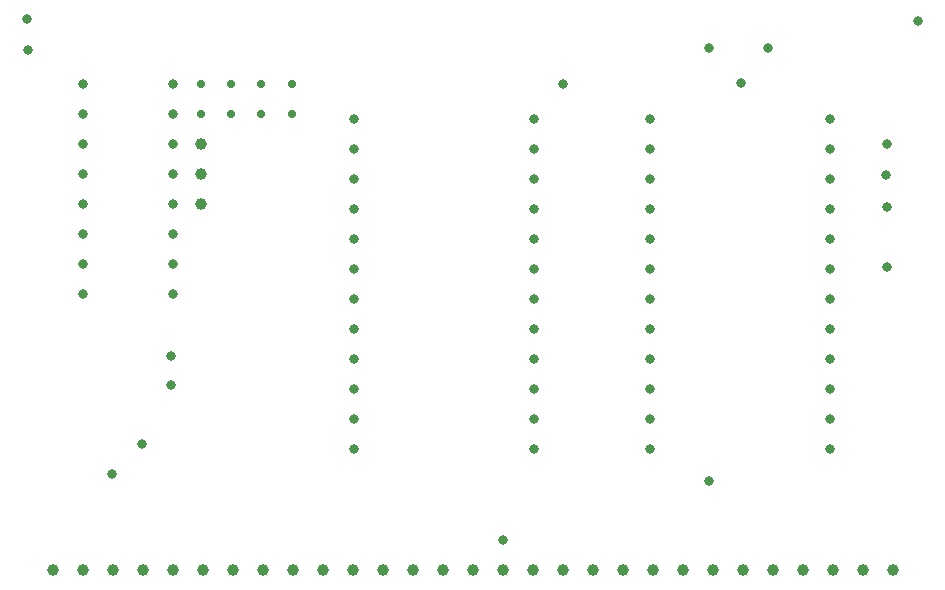
<source format=gbr>
%TF.GenerationSoftware,KiCad,Pcbnew,5.1.10*%
%TF.CreationDate,2021-11-29T21:20:19+01:00*%
%TF.ProjectId,Speichermodul_B,53706569-6368-4657-926d-6f64756c5f42,1*%
%TF.SameCoordinates,Original*%
%TF.FileFunction,Plated,1,2,PTH,Drill*%
%TF.FilePolarity,Positive*%
%FSLAX46Y46*%
G04 Gerber Fmt 4.6, Leading zero omitted, Abs format (unit mm)*
G04 Created by KiCad (PCBNEW 5.1.10) date 2021-11-29 21:20:19*
%MOMM*%
%LPD*%
G01*
G04 APERTURE LIST*
%TA.AperFunction,ComponentDrill*%
%ADD10C,0.700000*%
%TD*%
%TA.AperFunction,ViaDrill*%
%ADD11C,0.800000*%
%TD*%
%TA.AperFunction,ComponentDrill*%
%ADD12C,0.800000*%
%TD*%
%TA.AperFunction,ComponentDrill*%
%ADD13C,1.000000*%
%TD*%
G04 APERTURE END LIST*
D10*
%TO.C,R1*%
X130000000Y-94000000D03*
X130000000Y-96540000D03*
%TO.C,R2*%
X132540000Y-94000000D03*
X132540000Y-96540000D03*
%TO.C,R3*%
X135080000Y-94000000D03*
X135080000Y-96540000D03*
%TO.C,R4*%
X137680000Y-94000000D03*
X137680000Y-96540000D03*
%TD*%
D11*
X115300000Y-88500000D03*
X115400000Y-91100000D03*
D12*
%TO.C,U15*%
X120000000Y-94000000D03*
X120000000Y-96540000D03*
X120000000Y-99080000D03*
X120000000Y-101620000D03*
X120000000Y-104160000D03*
X120000000Y-106700000D03*
X120000000Y-109240000D03*
X120000000Y-111780000D03*
%TO.C,C5*%
X122500000Y-127000000D03*
X124974874Y-124525126D03*
%TO.C,C4*%
X127500000Y-117000000D03*
X127500000Y-119500000D03*
%TO.C,U15*%
X127620000Y-94000000D03*
X127620000Y-96540000D03*
X127620000Y-99080000D03*
X127620000Y-101620000D03*
X127620000Y-104160000D03*
X127620000Y-106700000D03*
X127620000Y-109240000D03*
X127620000Y-111780000D03*
%TO.C,U3*%
X143000000Y-97000000D03*
X143000000Y-99540000D03*
X143000000Y-102080000D03*
X143000000Y-104620000D03*
X143000000Y-107160000D03*
X143000000Y-109700000D03*
X143000000Y-112240000D03*
X143000000Y-114780000D03*
X143000000Y-117320000D03*
X143000000Y-119860000D03*
X143000000Y-122400000D03*
X143000000Y-124940000D03*
%TD*%
D11*
X155600000Y-132600000D03*
D12*
%TO.C,U3*%
X158240000Y-97000000D03*
X158240000Y-99540000D03*
X158240000Y-102080000D03*
X158240000Y-104620000D03*
X158240000Y-107160000D03*
X158240000Y-109700000D03*
X158240000Y-112240000D03*
X158240000Y-114780000D03*
X158240000Y-117320000D03*
X158240000Y-119860000D03*
X158240000Y-122400000D03*
X158240000Y-124940000D03*
%TD*%
D11*
X160700000Y-94000000D03*
D12*
%TO.C,U2*%
X168000000Y-97000000D03*
X168000000Y-99540000D03*
X168000000Y-102080000D03*
X168000000Y-104620000D03*
X168000000Y-107160000D03*
X168000000Y-109700000D03*
X168000000Y-112240000D03*
X168000000Y-114780000D03*
X168000000Y-117320000D03*
X168000000Y-119860000D03*
X168000000Y-122400000D03*
X168000000Y-124940000D03*
%TO.C,C3*%
X173000000Y-91000000D03*
%TD*%
D11*
X173000000Y-127600000D03*
X175700000Y-93900000D03*
D12*
%TO.C,C3*%
X178000000Y-91000000D03*
%TO.C,U2*%
X183240000Y-97000000D03*
X183240000Y-99540000D03*
X183240000Y-102080000D03*
X183240000Y-104620000D03*
X183240000Y-107160000D03*
X183240000Y-109700000D03*
X183240000Y-112240000D03*
X183240000Y-114780000D03*
X183240000Y-117320000D03*
X183240000Y-119860000D03*
X183240000Y-122400000D03*
X183240000Y-124940000D03*
%TD*%
D11*
X188000000Y-101700000D03*
X188100000Y-99100000D03*
X188100000Y-104400000D03*
X188100000Y-109500000D03*
X190700000Y-88700000D03*
D13*
%TO.C,X10*%
X117470000Y-135160000D03*
X120010000Y-135160000D03*
X122550000Y-135160000D03*
X125090000Y-135160000D03*
X127630000Y-135160000D03*
%TO.C,X11*%
X130000000Y-99060000D03*
X130000000Y-101600000D03*
X130000000Y-104140000D03*
%TO.C,X10*%
X130170000Y-135160000D03*
X132710000Y-135160000D03*
X135250000Y-135160000D03*
X137790000Y-135160000D03*
X140330000Y-135160000D03*
X142870000Y-135160000D03*
X145410000Y-135160000D03*
X147950000Y-135160000D03*
X150490000Y-135160000D03*
X153030000Y-135160000D03*
X155570000Y-135160000D03*
X158110000Y-135160000D03*
X160650000Y-135160000D03*
X163190000Y-135160000D03*
X165730000Y-135160000D03*
X168270000Y-135160000D03*
X170810000Y-135160000D03*
X173350000Y-135160000D03*
X175890000Y-135160000D03*
X178430000Y-135160000D03*
X180970000Y-135160000D03*
X183510000Y-135160000D03*
X186050000Y-135160000D03*
X188590000Y-135160000D03*
M02*

</source>
